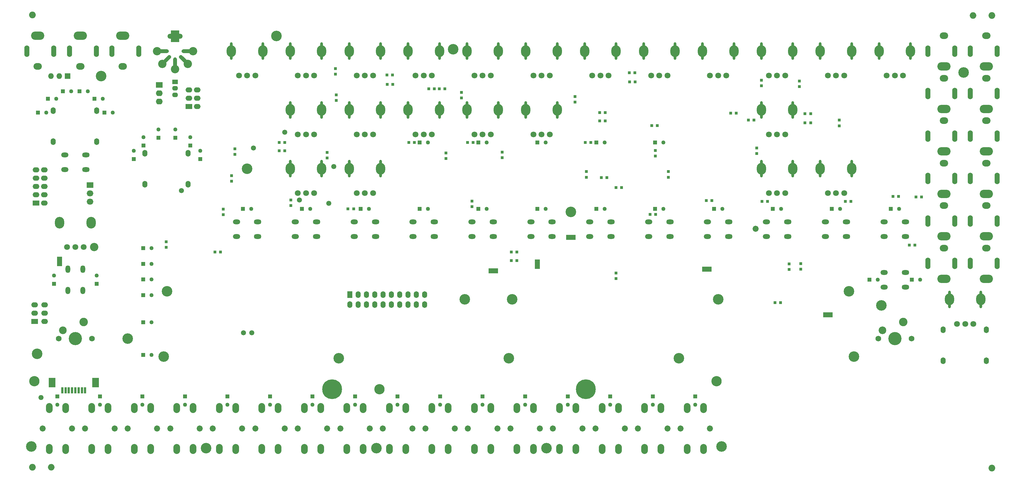
<source format=gts>
G04 #@! TF.FileFunction,Soldermask,Top*
%FSLAX46Y46*%
G04 Gerber Fmt 4.6, Leading zero omitted, Abs format (unit mm)*
G04 Created by KiCad (PCBNEW 4.0.2-stable) date 2019-10-29 5:42:38 PM*
%MOMM*%
G01*
G04 APERTURE LIST*
%ADD10C,0.100000*%
%ADD11C,3.225000*%
%ADD12C,6.050000*%
%ADD13C,2.050000*%
%ADD14O,2.000000X2.000000*%
%ADD15C,2.336000*%
%ADD16C,4.037800*%
%ADD17C,1.751800*%
%ADD18C,2.590000*%
%ADD19R,1.800000X1.400000*%
%ADD20O,1.800000X1.400000*%
%ADD21R,1.250000X1.250000*%
%ADD22C,1.250000*%
%ADD23R,2.050000X1.550000*%
%ADD24O,2.050000X1.550000*%
%ADD25R,1.650000X2.850000*%
%ADD26R,2.850000X1.650000*%
%ADD27R,0.950000X0.850000*%
%ADD28O,2.250000X1.450000*%
%ADD29O,2.300000X1.450000*%
%ADD30O,1.450000X2.250000*%
%ADD31O,1.450000X2.300000*%
%ADD32O,1.550000X2.050000*%
%ADD33C,1.550000*%
%ADD34O,2.850000X3.550000*%
%ADD35C,1.800000*%
%ADD36R,2.082000X1.777200*%
%ADD37O,2.082000X1.777200*%
%ADD38R,1.750000X1.750000*%
%ADD39O,1.750000X1.750000*%
%ADD40C,2.550000*%
%ADD41R,2.550000X3.550000*%
%ADD42O,4.650000X1.500000*%
%ADD43O,4.350000X1.150000*%
%ADD44O,1.150000X4.350000*%
%ADD45C,1.150000*%
%ADD46O,2.050000X1.800000*%
%ADD47R,2.050000X1.800000*%
%ADD48R,1.550000X2.050000*%
%ADD49C,1.850000*%
%ADD50O,4.050000X2.550000*%
%ADD51O,2.550000X2.050000*%
%ADD52O,1.550000X3.550000*%
%ADD53O,2.050000X3.050000*%
%ADD54C,3.150000*%
%ADD55R,0.650000X1.950000*%
%ADD56R,2.150000X2.850000*%
%ADD57O,0.850000X1.550000*%
G04 APERTURE END LIST*
D10*
D11*
X203500000Y-135000000D03*
D12*
X163000000Y-162500000D03*
D11*
X330900000Y-136850000D03*
X72800000Y-151650000D03*
X200000000Y-58450000D03*
X92400000Y-66650000D03*
X356000000Y-65550000D03*
X281000000Y-135000000D03*
D12*
X240500000Y-162500000D03*
D11*
X100500000Y-147000000D03*
D13*
X71400000Y-47900000D03*
X71400000Y-186400000D03*
X364650000Y-186650000D03*
X364650000Y-48150000D03*
D14*
X358900000Y-48150000D03*
X77150000Y-186400000D03*
D11*
X269000000Y-153000000D03*
X165000000Y-153000000D03*
X236000000Y-108250000D03*
X146000000Y-54350000D03*
X137000000Y-95000000D03*
D15*
X331190000Y-144460000D03*
D16*
X335000000Y-147000000D03*
D17*
X340080000Y-147000000D03*
X329920000Y-147000000D03*
D18*
X337540000Y-141920000D03*
D11*
X321000000Y-132500000D03*
X322500000Y-152500000D03*
X217000000Y-153000000D03*
X218000000Y-135000000D03*
X112500000Y-132500000D03*
X111500000Y-152500000D03*
D19*
X115000000Y-68400000D03*
D20*
X115000000Y-70400000D03*
X115000000Y-72400000D03*
D21*
X115070000Y-85570000D03*
D22*
X115070000Y-83030000D03*
D15*
X80690000Y-144460000D03*
D16*
X84500000Y-147000000D03*
D17*
X89580000Y-147000000D03*
X79420000Y-147000000D03*
D18*
X87040000Y-141920000D03*
D23*
X72500000Y-105500000D03*
D24*
X75040000Y-105500000D03*
X72500000Y-102960000D03*
X75040000Y-102960000D03*
X72500000Y-100420000D03*
X75040000Y-100420000D03*
X72500000Y-97880000D03*
X75040000Y-97880000D03*
X72500000Y-95340000D03*
X75040000Y-95340000D03*
D25*
X79650000Y-123400000D03*
D26*
X236000000Y-116000000D03*
X314500000Y-139750000D03*
D25*
X225750000Y-124250000D03*
D26*
X212250000Y-126250000D03*
X277500000Y-125750000D03*
D21*
X102340000Y-92060000D03*
D22*
X102340000Y-89520000D03*
D21*
X76080000Y-73635000D03*
D22*
X78620000Y-73635000D03*
D21*
X80655000Y-71305000D03*
D22*
X83195000Y-71305000D03*
D21*
X85800000Y-71305000D03*
D22*
X88340000Y-71305000D03*
D21*
X90375000Y-73635000D03*
D22*
X92915000Y-73635000D03*
D21*
X93395000Y-77790000D03*
D22*
X95935000Y-77790000D03*
D21*
X105360000Y-87905000D03*
D22*
X105360000Y-85365000D03*
D21*
X109935000Y-85570000D03*
D22*
X109935000Y-83030000D03*
D21*
X119645000Y-87905000D03*
D22*
X119645000Y-85365000D03*
D21*
X122665000Y-92060000D03*
D22*
X122665000Y-89520000D03*
D21*
X105230000Y-142000000D03*
D22*
X107770000Y-142000000D03*
D21*
X105230000Y-152000000D03*
D22*
X107770000Y-152000000D03*
D21*
X261730000Y-87000000D03*
D22*
X264270000Y-87000000D03*
D21*
X279730000Y-107250000D03*
D22*
X282270000Y-107250000D03*
D21*
X297730000Y-107250000D03*
D22*
X300270000Y-107250000D03*
D21*
X315730000Y-107250000D03*
D22*
X318270000Y-107250000D03*
D21*
X333730000Y-107250000D03*
D22*
X336270000Y-107250000D03*
D21*
X327230000Y-129000000D03*
D22*
X329770000Y-129000000D03*
D21*
X340230000Y-129000000D03*
D22*
X342770000Y-129000000D03*
D21*
X73070000Y-77790000D03*
D22*
X75610000Y-77790000D03*
D21*
X105230000Y-133700000D03*
D22*
X107770000Y-133700000D03*
D21*
X105230000Y-128900000D03*
D22*
X107770000Y-128900000D03*
D21*
X105230000Y-124100000D03*
D22*
X107770000Y-124100000D03*
D21*
X105230000Y-119300000D03*
D22*
X107770000Y-119300000D03*
D21*
X153730000Y-107250000D03*
D22*
X156270000Y-107250000D03*
D21*
X171730000Y-107250000D03*
D22*
X174270000Y-107250000D03*
D21*
X189730000Y-107250000D03*
D22*
X192270000Y-107250000D03*
D21*
X189730000Y-87000000D03*
D22*
X192270000Y-87000000D03*
D21*
X207730000Y-107250000D03*
D22*
X210270000Y-107250000D03*
D21*
X207730000Y-87000000D03*
D22*
X210270000Y-87000000D03*
D21*
X225730000Y-107250000D03*
D22*
X228270000Y-107250000D03*
D21*
X225730000Y-87000000D03*
D22*
X228270000Y-87000000D03*
D21*
X243730000Y-107250000D03*
D22*
X246270000Y-107250000D03*
D21*
X243730000Y-87000000D03*
D22*
X246270000Y-87000000D03*
D21*
X261730000Y-107250000D03*
D22*
X264270000Y-107250000D03*
D21*
X135730000Y-107250000D03*
D22*
X138270000Y-107250000D03*
D21*
X91000000Y-130270000D03*
D22*
X91000000Y-127730000D03*
D21*
X78000000Y-130270000D03*
D22*
X78000000Y-127730000D03*
D27*
X261850000Y-109000000D03*
X260150000Y-109000000D03*
X242100000Y-87000000D03*
X240400000Y-87000000D03*
X206100000Y-87000000D03*
X204400000Y-87000000D03*
X205750000Y-104900000D03*
X205750000Y-106600000D03*
X188100000Y-87000000D03*
X186400000Y-87000000D03*
X169550000Y-107250000D03*
X167850000Y-107250000D03*
X150350000Y-106250000D03*
X150350000Y-104550000D03*
X334400000Y-103500000D03*
X336100000Y-103500000D03*
X319900000Y-105000000D03*
X321600000Y-105000000D03*
X296100000Y-105000000D03*
X294400000Y-105000000D03*
X279100000Y-104750000D03*
X277400000Y-104750000D03*
X261750000Y-89400000D03*
X261750000Y-91100000D03*
X300100000Y-136000000D03*
X298400000Y-136000000D03*
X249750000Y-128600000D03*
X249750000Y-126900000D03*
X341450000Y-103650000D03*
X343150000Y-103650000D03*
X318000000Y-80150000D03*
X318000000Y-81850000D03*
X265750000Y-95900000D03*
X265750000Y-97600000D03*
X305800000Y-69850000D03*
X305800000Y-68150000D03*
X292750000Y-88650000D03*
X292750000Y-90350000D03*
X294250000Y-67900000D03*
X294250000Y-69600000D03*
X240750000Y-95900000D03*
X240750000Y-97600000D03*
X237250000Y-74600000D03*
X237250000Y-72900000D03*
X215000000Y-89900000D03*
X215000000Y-91600000D03*
X202500000Y-73350000D03*
X202500000Y-71650000D03*
X197800000Y-90150000D03*
X197800000Y-91850000D03*
X164250000Y-72400000D03*
X164250000Y-74100000D03*
X161500000Y-90000000D03*
X161500000Y-91700000D03*
X133250000Y-90600000D03*
X133250000Y-88900000D03*
X132250000Y-97150000D03*
X132250000Y-98850000D03*
X129750000Y-107400000D03*
X129750000Y-109100000D03*
X164000000Y-64400000D03*
X164000000Y-66100000D03*
X127150000Y-120500000D03*
X128850000Y-120500000D03*
X112250000Y-119100000D03*
X112250000Y-117400000D03*
D28*
X133750000Y-111250000D03*
X133750000Y-115750000D03*
D29*
X140250000Y-111250000D03*
X140250000Y-115750000D03*
D28*
X313750000Y-111250000D03*
X313750000Y-115750000D03*
D29*
X320250000Y-111250000D03*
X320250000Y-115750000D03*
D28*
X295750000Y-111250000D03*
X295750000Y-115750000D03*
D29*
X302250000Y-111250000D03*
X302250000Y-115750000D03*
D28*
X277750000Y-111250000D03*
X277750000Y-115750000D03*
D29*
X284250000Y-111250000D03*
X284250000Y-115750000D03*
D28*
X259750000Y-111250000D03*
X259750000Y-115750000D03*
D29*
X266250000Y-111250000D03*
X266250000Y-115750000D03*
D28*
X241750000Y-111250000D03*
X241750000Y-115750000D03*
D29*
X248250000Y-111250000D03*
X248250000Y-115750000D03*
D28*
X223750000Y-111250000D03*
X223750000Y-115750000D03*
D29*
X230250000Y-111250000D03*
X230250000Y-115750000D03*
D28*
X205750000Y-111250000D03*
X205750000Y-115750000D03*
D29*
X212250000Y-111250000D03*
X212250000Y-115750000D03*
D28*
X187750000Y-111250000D03*
X187750000Y-115750000D03*
D29*
X194250000Y-111250000D03*
X194250000Y-115750000D03*
D28*
X331750000Y-111250000D03*
X331750000Y-115750000D03*
D29*
X338250000Y-111250000D03*
X338250000Y-115750000D03*
D28*
X169750000Y-111250000D03*
X169750000Y-115750000D03*
D29*
X176250000Y-111250000D03*
X176250000Y-115750000D03*
D28*
X151750000Y-111250000D03*
X151750000Y-115750000D03*
D29*
X158250000Y-111250000D03*
X158250000Y-115750000D03*
D30*
X82250000Y-132250000D03*
X86750000Y-132250000D03*
D31*
X82250000Y-125750000D03*
X86750000Y-125750000D03*
D28*
X81250000Y-90750000D03*
X81250000Y-95250000D03*
D29*
X87750000Y-90750000D03*
X87750000Y-95250000D03*
D28*
X331750000Y-126750000D03*
X331750000Y-131250000D03*
D29*
X338250000Y-126750000D03*
X338250000Y-131250000D03*
D32*
X349750000Y-144250000D03*
X363000000Y-144250000D03*
X349750000Y-153750000D03*
X363000000Y-153750000D03*
X77750000Y-77250000D03*
X91000000Y-77250000D03*
X77750000Y-86750000D03*
X91000000Y-86750000D03*
X105750000Y-90250000D03*
X119000000Y-90250000D03*
X105750000Y-99750000D03*
X119000000Y-99750000D03*
D33*
X116900000Y-101700000D03*
D34*
X89300000Y-111500000D03*
X79700000Y-111500000D03*
D35*
X87000000Y-119000000D03*
X84500000Y-119000000D03*
X82000000Y-119000000D03*
D36*
X110150000Y-69400000D03*
D37*
X110150000Y-71940000D03*
X110150000Y-74480000D03*
D23*
X119180000Y-75940000D03*
D24*
X121720000Y-75940000D03*
X119180000Y-73400000D03*
X121720000Y-73400000D03*
X119180000Y-70860000D03*
X121720000Y-70860000D03*
D38*
X82150000Y-66650000D03*
D39*
X79610000Y-66650000D03*
X77070000Y-66650000D03*
D33*
X135900000Y-145250000D03*
X138400000Y-145250000D03*
D40*
X109500000Y-59000000D03*
X120500000Y-59000000D03*
X115000000Y-64500000D03*
D41*
X115000000Y-54500000D03*
D40*
X111110000Y-62890000D03*
X118890000Y-62890000D03*
D42*
X115000000Y-54500000D03*
D43*
X110900000Y-59000000D03*
X119100000Y-59000000D03*
D44*
X115000000Y-63100000D03*
D45*
X110968629Y-63031371D02*
X113231371Y-60768629D01*
X116768629Y-60768629D02*
X119031371Y-63031371D01*
D46*
X89000000Y-102550000D03*
D47*
X89000000Y-100010000D03*
D46*
X89000000Y-105090000D03*
D33*
X162000000Y-105600000D03*
X163500000Y-94350000D03*
X148500000Y-83850000D03*
X138900000Y-88650000D03*
X153000000Y-104550000D03*
D32*
X191290000Y-136600000D03*
X191290000Y-133560000D03*
X188750000Y-133560000D03*
X188750000Y-136600000D03*
X186210000Y-136600000D03*
X186210000Y-133560000D03*
X183670000Y-133560000D03*
X183670000Y-136600000D03*
X181130000Y-136600000D03*
X181130000Y-133560000D03*
X178590000Y-133560000D03*
X178590000Y-136600000D03*
X176050000Y-136600000D03*
X176050000Y-133560000D03*
D48*
X168430000Y-133560000D03*
D32*
X168430000Y-136600000D03*
X170970000Y-133560000D03*
X170970000Y-136600000D03*
X173510000Y-133560000D03*
X173510000Y-136600000D03*
D23*
X72080000Y-141790000D03*
D24*
X75120000Y-141790000D03*
X72080000Y-139250000D03*
X75120000Y-139250000D03*
X72080000Y-136710000D03*
X75120000Y-136710000D03*
D49*
X292400000Y-113400000D03*
D40*
X90250000Y-119000000D03*
D27*
X339400000Y-118400000D03*
X341100000Y-118400000D03*
X148550000Y-89550000D03*
X146850000Y-89550000D03*
X146850000Y-86950000D03*
X148550000Y-86950000D03*
X181550000Y-69150000D03*
X179850000Y-69150000D03*
X181450000Y-66350000D03*
X179750000Y-66350000D03*
X192550000Y-70550000D03*
X194250000Y-70550000D03*
X195750000Y-70550000D03*
X197450000Y-70550000D03*
X219500000Y-123100000D03*
X217800000Y-123100000D03*
X247000000Y-97750000D03*
X245300000Y-97750000D03*
X246449100Y-80350000D03*
X244749100Y-80350000D03*
X246450000Y-77850000D03*
X244750000Y-77850000D03*
X290200000Y-80150000D03*
X291900000Y-80150000D03*
X284800000Y-78000000D03*
X286500000Y-78000000D03*
X260700000Y-81800000D03*
X262400000Y-81800000D03*
X306250000Y-125750000D03*
X306250000Y-124050000D03*
X307550000Y-78150000D03*
X309250000Y-78150000D03*
X307550000Y-80950000D03*
X309250000Y-80950000D03*
X249800000Y-100750000D03*
X251500000Y-100750000D03*
X255500000Y-65650000D03*
X253800000Y-65650000D03*
X255650000Y-68400000D03*
X253950000Y-68400000D03*
X219500000Y-120500000D03*
X217800000Y-120500000D03*
X302700000Y-125800000D03*
X302700000Y-124100000D03*
D50*
X350000000Y-63700000D03*
D51*
X350000000Y-54300000D03*
D52*
X345100000Y-59000000D03*
X353300000Y-59000000D03*
D50*
X86000000Y-54300000D03*
D51*
X86000000Y-63700000D03*
D52*
X90900000Y-59000000D03*
X82700000Y-59000000D03*
D50*
X73000000Y-54300000D03*
D51*
X73000000Y-63700000D03*
D52*
X77900000Y-59000000D03*
X69700000Y-59000000D03*
D50*
X99000000Y-54300000D03*
D51*
X99000000Y-63700000D03*
D52*
X103900000Y-59000000D03*
X95700000Y-59000000D03*
D50*
X363000000Y-128700000D03*
D51*
X363000000Y-119300000D03*
D52*
X358100000Y-124000000D03*
X366300000Y-124000000D03*
D50*
X363000000Y-102700000D03*
D51*
X363000000Y-93300000D03*
D52*
X358100000Y-98000000D03*
X366300000Y-98000000D03*
D50*
X350000000Y-128700000D03*
D51*
X350000000Y-119300000D03*
D52*
X345100000Y-124000000D03*
X353300000Y-124000000D03*
D50*
X363000000Y-115700000D03*
D51*
X363000000Y-106300000D03*
D52*
X358100000Y-111000000D03*
X366300000Y-111000000D03*
D50*
X350000000Y-102700000D03*
D51*
X350000000Y-93300000D03*
D52*
X345100000Y-98000000D03*
X353300000Y-98000000D03*
D50*
X363000000Y-89700000D03*
D51*
X363000000Y-80300000D03*
D52*
X358100000Y-85000000D03*
X366300000Y-85000000D03*
D50*
X350000000Y-89700000D03*
D51*
X350000000Y-80300000D03*
D52*
X345100000Y-85000000D03*
X353300000Y-85000000D03*
D50*
X363000000Y-76700000D03*
D51*
X363000000Y-67300000D03*
D52*
X358100000Y-72000000D03*
X366300000Y-72000000D03*
D50*
X363000000Y-63700000D03*
D51*
X363000000Y-54300000D03*
D52*
X358100000Y-59000000D03*
X366300000Y-59000000D03*
D50*
X350000000Y-115700000D03*
D51*
X350000000Y-106300000D03*
D52*
X345100000Y-111000000D03*
X353300000Y-111000000D03*
D50*
X350000000Y-76700000D03*
D51*
X350000000Y-67300000D03*
D52*
X345100000Y-72000000D03*
X353300000Y-72000000D03*
D53*
X107500000Y-180750000D03*
X107500000Y-168250000D03*
X102500000Y-180750000D03*
X102500000Y-168250000D03*
D49*
X100500000Y-174500000D03*
X109500000Y-174500000D03*
D11*
X124500000Y-180500000D03*
X228500000Y-180500000D03*
D21*
X92000000Y-164730000D03*
D22*
X92000000Y-167270000D03*
D21*
X105000000Y-164730000D03*
D22*
X105000000Y-167270000D03*
D21*
X118000000Y-164730000D03*
D22*
X118000000Y-167270000D03*
D21*
X131000000Y-164730000D03*
D22*
X131000000Y-167270000D03*
D21*
X144000000Y-164730000D03*
D22*
X144000000Y-167270000D03*
D21*
X157000000Y-164730000D03*
D22*
X157000000Y-167270000D03*
D21*
X170000000Y-164730000D03*
D22*
X170000000Y-167270000D03*
D21*
X196000000Y-164730000D03*
D22*
X196000000Y-167270000D03*
D21*
X209000000Y-164730000D03*
D22*
X209000000Y-167270000D03*
D21*
X222000000Y-164730000D03*
D22*
X222000000Y-167270000D03*
D21*
X235000000Y-164730000D03*
D22*
X235000000Y-167270000D03*
D21*
X248000000Y-164730000D03*
D22*
X248000000Y-167270000D03*
D21*
X261000000Y-164730000D03*
D22*
X261000000Y-167270000D03*
D21*
X274000000Y-164730000D03*
D22*
X274000000Y-167270000D03*
D21*
X79000000Y-164730000D03*
D22*
X79000000Y-167270000D03*
D21*
X183000000Y-164730000D03*
D22*
X183000000Y-167270000D03*
D53*
X276500000Y-180750000D03*
X276500000Y-168250000D03*
X271500000Y-180750000D03*
X271500000Y-168250000D03*
D49*
X269500000Y-174500000D03*
X278500000Y-174500000D03*
D53*
X263500000Y-180750000D03*
X263500000Y-168250000D03*
X258500000Y-180750000D03*
X258500000Y-168250000D03*
D49*
X256500000Y-174500000D03*
X265500000Y-174500000D03*
D53*
X250500000Y-180750000D03*
X250500000Y-168250000D03*
X245500000Y-180750000D03*
X245500000Y-168250000D03*
D49*
X243500000Y-174500000D03*
X252500000Y-174500000D03*
D53*
X237500000Y-180750000D03*
X237500000Y-168250000D03*
X232500000Y-180750000D03*
X232500000Y-168250000D03*
D49*
X230500000Y-174500000D03*
X239500000Y-174500000D03*
D53*
X224500000Y-180750000D03*
X224500000Y-168250000D03*
X219500000Y-180750000D03*
X219500000Y-168250000D03*
D49*
X217500000Y-174500000D03*
X226500000Y-174500000D03*
D53*
X211500000Y-180750000D03*
X211500000Y-168250000D03*
X206500000Y-180750000D03*
X206500000Y-168250000D03*
D49*
X204500000Y-174500000D03*
X213500000Y-174500000D03*
D53*
X198500000Y-180750000D03*
X198500000Y-168250000D03*
X193500000Y-180750000D03*
X193500000Y-168250000D03*
D49*
X191500000Y-174500000D03*
X200500000Y-174500000D03*
D53*
X185500000Y-180750000D03*
X185500000Y-168250000D03*
X180500000Y-180750000D03*
X180500000Y-168250000D03*
D49*
X178500000Y-174500000D03*
X187500000Y-174500000D03*
D53*
X172500000Y-180750000D03*
X172500000Y-168250000D03*
X167500000Y-180750000D03*
X167500000Y-168250000D03*
D49*
X165500000Y-174500000D03*
X174500000Y-174500000D03*
D53*
X159500000Y-180750000D03*
X159500000Y-168250000D03*
X154500000Y-180750000D03*
X154500000Y-168250000D03*
D49*
X152500000Y-174500000D03*
X161500000Y-174500000D03*
D53*
X146500000Y-180750000D03*
X146500000Y-168250000D03*
X141500000Y-180750000D03*
X141500000Y-168250000D03*
D49*
X139500000Y-174500000D03*
X148500000Y-174500000D03*
D53*
X133500000Y-180750000D03*
X133500000Y-168250000D03*
X128500000Y-180750000D03*
X128500000Y-168250000D03*
D49*
X126500000Y-174500000D03*
X135500000Y-174500000D03*
D53*
X120500000Y-180750000D03*
X120500000Y-168250000D03*
X115500000Y-180750000D03*
X115500000Y-168250000D03*
D49*
X113500000Y-174500000D03*
X122500000Y-174500000D03*
D53*
X94500000Y-180750000D03*
X94500000Y-168250000D03*
X89500000Y-180750000D03*
X89500000Y-168250000D03*
D49*
X87500000Y-174500000D03*
X96500000Y-174500000D03*
D53*
X81500000Y-180750000D03*
X81500000Y-168250000D03*
X76500000Y-180750000D03*
X76500000Y-168250000D03*
D49*
X74500000Y-174500000D03*
X83500000Y-174500000D03*
D54*
X72000000Y-160000000D03*
X280500000Y-160000000D03*
X177500000Y-162500000D03*
D11*
X176500000Y-180500000D03*
X282000000Y-180000000D03*
X71000000Y-180000000D03*
D55*
X80500000Y-162850000D03*
X81500000Y-162850000D03*
X82500000Y-162850000D03*
X83500000Y-162850000D03*
X84500000Y-162850000D03*
X85500000Y-162850000D03*
X86500000Y-162850000D03*
X87500000Y-162850000D03*
D56*
X77350000Y-160500000D03*
X90650000Y-160500000D03*
D33*
X74000000Y-165000000D03*
D34*
X141800000Y-59000000D03*
X132200000Y-59000000D03*
D35*
X139500000Y-66500000D03*
X137000000Y-66500000D03*
X134500000Y-66500000D03*
D57*
X141800000Y-57100000D03*
X141800000Y-60900000D03*
X132200000Y-57100000D03*
X132200000Y-60900000D03*
D34*
X321800000Y-59000000D03*
X312200000Y-59000000D03*
D35*
X319500000Y-66500000D03*
X317000000Y-66500000D03*
X314500000Y-66500000D03*
D57*
X321800000Y-57100000D03*
X321800000Y-60900000D03*
X312200000Y-57100000D03*
X312200000Y-60900000D03*
D34*
X303800000Y-77000000D03*
X294200000Y-77000000D03*
D35*
X301500000Y-84500000D03*
X299000000Y-84500000D03*
X296500000Y-84500000D03*
D57*
X303800000Y-75100000D03*
X303800000Y-78900000D03*
X294200000Y-75100000D03*
X294200000Y-78900000D03*
D34*
X361300000Y-135000000D03*
X351700000Y-135000000D03*
D35*
X359000000Y-142500000D03*
X356500000Y-142500000D03*
X354000000Y-142500000D03*
D57*
X361300000Y-133100000D03*
X361300000Y-136900000D03*
X351700000Y-133100000D03*
X351700000Y-136900000D03*
D34*
X303800000Y-95000000D03*
X294200000Y-95000000D03*
D35*
X301500000Y-102500000D03*
X299000000Y-102500000D03*
X296500000Y-102500000D03*
D57*
X303800000Y-93100000D03*
X303800000Y-96900000D03*
X294200000Y-93100000D03*
X294200000Y-96900000D03*
D34*
X321800000Y-95000000D03*
X312200000Y-95000000D03*
D35*
X319500000Y-102500000D03*
X317000000Y-102500000D03*
X314500000Y-102500000D03*
D57*
X321800000Y-93100000D03*
X321800000Y-96900000D03*
X312200000Y-93100000D03*
X312200000Y-96900000D03*
D34*
X159800000Y-59000000D03*
X150200000Y-59000000D03*
D35*
X157500000Y-66500000D03*
X155000000Y-66500000D03*
X152500000Y-66500000D03*
D57*
X159800000Y-57100000D03*
X159800000Y-60900000D03*
X150200000Y-57100000D03*
X150200000Y-60900000D03*
D34*
X159800000Y-77000000D03*
X150200000Y-77000000D03*
D35*
X157500000Y-84500000D03*
X155000000Y-84500000D03*
X152500000Y-84500000D03*
D57*
X159800000Y-75100000D03*
X159800000Y-78900000D03*
X150200000Y-75100000D03*
X150200000Y-78900000D03*
D34*
X285800000Y-59000000D03*
X276200000Y-59000000D03*
D35*
X283500000Y-66500000D03*
X281000000Y-66500000D03*
X278500000Y-66500000D03*
D57*
X285800000Y-57100000D03*
X285800000Y-60900000D03*
X276200000Y-57100000D03*
X276200000Y-60900000D03*
D34*
X159800000Y-95000000D03*
X150200000Y-95000000D03*
D35*
X157500000Y-102500000D03*
X155000000Y-102500000D03*
X152500000Y-102500000D03*
D57*
X159800000Y-93100000D03*
X159800000Y-96900000D03*
X150200000Y-93100000D03*
X150200000Y-96900000D03*
D34*
X303800000Y-59000000D03*
X294200000Y-59000000D03*
D35*
X301500000Y-66500000D03*
X299000000Y-66500000D03*
X296500000Y-66500000D03*
D57*
X303800000Y-57100000D03*
X303800000Y-60900000D03*
X294200000Y-57100000D03*
X294200000Y-60900000D03*
D34*
X177800000Y-77000000D03*
X168200000Y-77000000D03*
D35*
X175500000Y-84500000D03*
X173000000Y-84500000D03*
X170500000Y-84500000D03*
D57*
X177800000Y-75100000D03*
X177800000Y-78900000D03*
X168200000Y-75100000D03*
X168200000Y-78900000D03*
D34*
X339800000Y-59000000D03*
X330200000Y-59000000D03*
D35*
X337500000Y-66500000D03*
X335000000Y-66500000D03*
X332500000Y-66500000D03*
D57*
X339800000Y-57100000D03*
X339800000Y-60900000D03*
X330200000Y-57100000D03*
X330200000Y-60900000D03*
D34*
X177800000Y-95000000D03*
X168200000Y-95000000D03*
D35*
X175500000Y-102500000D03*
X173000000Y-102500000D03*
X170500000Y-102500000D03*
D57*
X177800000Y-93100000D03*
X177800000Y-96900000D03*
X168200000Y-93100000D03*
X168200000Y-96900000D03*
D34*
X195800000Y-59000000D03*
X186200000Y-59000000D03*
D35*
X193500000Y-66500000D03*
X191000000Y-66500000D03*
X188500000Y-66500000D03*
D57*
X195800000Y-57100000D03*
X195800000Y-60900000D03*
X186200000Y-57100000D03*
X186200000Y-60900000D03*
D34*
X195800000Y-77000000D03*
X186200000Y-77000000D03*
D35*
X193500000Y-84500000D03*
X191000000Y-84500000D03*
X188500000Y-84500000D03*
D57*
X195800000Y-75100000D03*
X195800000Y-78900000D03*
X186200000Y-75100000D03*
X186200000Y-78900000D03*
D34*
X213800000Y-59000000D03*
X204200000Y-59000000D03*
D35*
X211500000Y-66500000D03*
X209000000Y-66500000D03*
X206500000Y-66500000D03*
D57*
X213800000Y-57100000D03*
X213800000Y-60900000D03*
X204200000Y-57100000D03*
X204200000Y-60900000D03*
D34*
X213800000Y-77000000D03*
X204200000Y-77000000D03*
D35*
X211500000Y-84500000D03*
X209000000Y-84500000D03*
X206500000Y-84500000D03*
D57*
X213800000Y-75100000D03*
X213800000Y-78900000D03*
X204200000Y-75100000D03*
X204200000Y-78900000D03*
D34*
X231800000Y-59000000D03*
X222200000Y-59000000D03*
D35*
X229500000Y-66500000D03*
X227000000Y-66500000D03*
X224500000Y-66500000D03*
D57*
X231800000Y-57100000D03*
X231800000Y-60900000D03*
X222200000Y-57100000D03*
X222200000Y-60900000D03*
D34*
X231800000Y-77000000D03*
X222200000Y-77000000D03*
D35*
X229500000Y-84500000D03*
X227000000Y-84500000D03*
X224500000Y-84500000D03*
D57*
X231800000Y-75100000D03*
X231800000Y-78900000D03*
X222200000Y-75100000D03*
X222200000Y-78900000D03*
D34*
X249800000Y-59000000D03*
X240200000Y-59000000D03*
D35*
X247500000Y-66500000D03*
X245000000Y-66500000D03*
X242500000Y-66500000D03*
D57*
X249800000Y-57100000D03*
X249800000Y-60900000D03*
X240200000Y-57100000D03*
X240200000Y-60900000D03*
D34*
X267800000Y-59000000D03*
X258200000Y-59000000D03*
D35*
X265500000Y-66500000D03*
X263000000Y-66500000D03*
X260500000Y-66500000D03*
D57*
X267800000Y-57100000D03*
X267800000Y-60900000D03*
X258200000Y-57100000D03*
X258200000Y-60900000D03*
D34*
X177800000Y-59000000D03*
X168200000Y-59000000D03*
D35*
X175500000Y-66500000D03*
X173000000Y-66500000D03*
X170500000Y-66500000D03*
D57*
X177800000Y-57100000D03*
X177800000Y-60900000D03*
X168200000Y-57100000D03*
X168200000Y-60900000D03*
M02*

</source>
